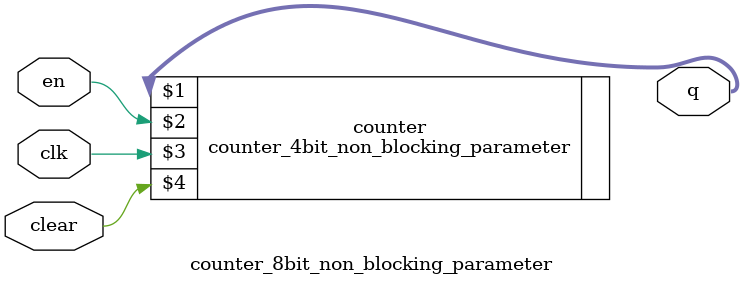
<source format=v>
module counter_8bit_non_blocking_parameter(q,en,clk,clear);
	parameter N = 8;
	output [N-1:0]q;
	input en,clk,clear;
	
	counter_4bit_non_blocking_parameter #(.N(N))counter(q,en,clk,clear);
endmodule

</source>
